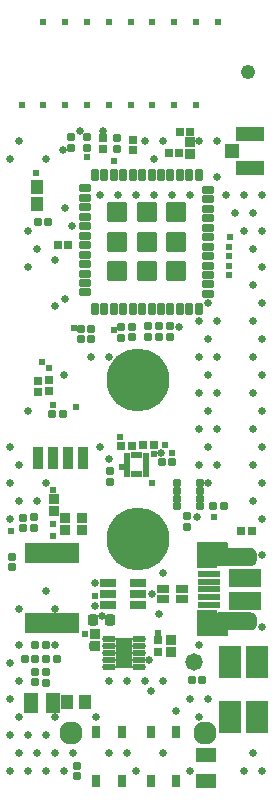
<source format=gts>
G04*
G04 #@! TF.GenerationSoftware,Altium Limited,Altium Designer,21.6.1 (37)*
G04*
G04 Layer_Color=8388736*
%FSLAX44Y44*%
%MOMM*%
G71*
G04*
G04 #@! TF.SameCoordinates,E93D91D5-E775-412F-AFD9-E5FE798DA7EF*
G04*
G04*
G04 #@! TF.FilePolarity,Negative*
G04*
G01*
G75*
%ADD30R,1.9029X2.8042*%
%ADD44R,0.6500X1.0500*%
%ADD51R,0.8532X0.8532*%
%ADD52R,0.8032X0.7432*%
G04:AMPARAMS|DCode=53|XSize=1.1132mm|YSize=0.5232mm|CornerRadius=0.1816mm|HoleSize=0mm|Usage=FLASHONLY|Rotation=180.000|XOffset=0mm|YOffset=0mm|HoleType=Round|Shape=RoundedRectangle|*
%AMROUNDEDRECTD53*
21,1,1.1132,0.1600,0,0,180.0*
21,1,0.7500,0.5232,0,0,180.0*
1,1,0.3632,-0.3750,0.0800*
1,1,0.3632,0.3750,0.0800*
1,1,0.3632,0.3750,-0.0800*
1,1,0.3632,-0.3750,-0.0800*
%
%ADD53ROUNDEDRECTD53*%
%ADD54R,1.4032X2.6032*%
%ADD55R,0.7432X0.8032*%
%ADD56R,1.0032X1.2032*%
%ADD57R,0.6132X0.4832*%
%ADD58R,0.4832X0.6132*%
G04:AMPARAMS|DCode=59|XSize=0.9632mm|YSize=0.8636mm|CornerRadius=0.1842mm|HoleSize=0mm|Usage=FLASHONLY|Rotation=90.000|XOffset=0mm|YOffset=0mm|HoleType=Round|Shape=RoundedRectangle|*
%AMROUNDEDRECTD59*
21,1,0.9632,0.4953,0,0,90.0*
21,1,0.5949,0.8636,0,0,90.0*
1,1,0.3683,0.2477,0.2975*
1,1,0.3683,0.2477,-0.2975*
1,1,0.3683,-0.2477,-0.2975*
1,1,0.3683,-0.2477,0.2975*
%
%ADD59ROUNDEDRECTD59*%
%ADD60R,0.9144X1.9812*%
G04:AMPARAMS|DCode=61|XSize=0.6932mm|YSize=0.6532mm|CornerRadius=0.1579mm|HoleSize=0mm|Usage=FLASHONLY|Rotation=180.000|XOffset=0mm|YOffset=0mm|HoleType=Round|Shape=RoundedRectangle|*
%AMROUNDEDRECTD61*
21,1,0.6932,0.3375,0,0,180.0*
21,1,0.3775,0.6532,0,0,180.0*
1,1,0.3157,-0.1888,0.1688*
1,1,0.3157,0.1888,0.1688*
1,1,0.3157,0.1888,-0.1688*
1,1,0.3157,-0.1888,-0.1688*
%
%ADD61ROUNDEDRECTD61*%
%ADD62R,0.7432X0.7432*%
G04:AMPARAMS|DCode=63|XSize=0.7532mm|YSize=0.7032mm|CornerRadius=0.1641mm|HoleSize=0mm|Usage=FLASHONLY|Rotation=180.000|XOffset=0mm|YOffset=0mm|HoleType=Round|Shape=RoundedRectangle|*
%AMROUNDEDRECTD63*
21,1,0.7532,0.3750,0,0,180.0*
21,1,0.4250,0.7032,0,0,180.0*
1,1,0.3282,-0.2125,0.1875*
1,1,0.3282,0.2125,0.1875*
1,1,0.3282,0.2125,-0.1875*
1,1,0.3282,-0.2125,-0.1875*
%
%ADD63ROUNDEDRECTD63*%
G04:AMPARAMS|DCode=64|XSize=0.7532mm|YSize=0.7032mm|CornerRadius=0.1641mm|HoleSize=0mm|Usage=FLASHONLY|Rotation=90.000|XOffset=0mm|YOffset=0mm|HoleType=Round|Shape=RoundedRectangle|*
%AMROUNDEDRECTD64*
21,1,0.7532,0.3750,0,0,90.0*
21,1,0.4250,0.7032,0,0,90.0*
1,1,0.3282,0.1875,0.2125*
1,1,0.3282,0.1875,-0.2125*
1,1,0.3282,-0.1875,-0.2125*
1,1,0.3282,-0.1875,0.2125*
%
%ADD64ROUNDEDRECTD64*%
%ADD65R,0.6532X0.7032*%
%ADD66R,0.7432X0.7432*%
%ADD67R,1.0922X1.2192*%
G04:AMPARAMS|DCode=68|XSize=1.7032mm|YSize=1.7032mm|CornerRadius=0.1766mm|HoleSize=0mm|Usage=FLASHONLY|Rotation=180.000|XOffset=0mm|YOffset=0mm|HoleType=Round|Shape=RoundedRectangle|*
%AMROUNDEDRECTD68*
21,1,1.7032,1.3500,0,0,180.0*
21,1,1.3500,1.7032,0,0,180.0*
1,1,0.3532,-0.6750,0.6750*
1,1,0.3532,0.6750,0.6750*
1,1,0.3532,0.6750,-0.6750*
1,1,0.3532,-0.6750,-0.6750*
%
%ADD68ROUNDEDRECTD68*%
G04:AMPARAMS|DCode=69|XSize=0.7032mm|YSize=1.0032mm|CornerRadius=0.2016mm|HoleSize=0mm|Usage=FLASHONLY|Rotation=270.000|XOffset=0mm|YOffset=0mm|HoleType=Round|Shape=RoundedRectangle|*
%AMROUNDEDRECTD69*
21,1,0.7032,0.6000,0,0,270.0*
21,1,0.3000,1.0032,0,0,270.0*
1,1,0.4032,-0.3000,-0.1500*
1,1,0.4032,-0.3000,0.1500*
1,1,0.4032,0.3000,0.1500*
1,1,0.4032,0.3000,-0.1500*
%
%ADD69ROUNDEDRECTD69*%
G04:AMPARAMS|DCode=70|XSize=0.7032mm|YSize=1.0032mm|CornerRadius=0.2016mm|HoleSize=0mm|Usage=FLASHONLY|Rotation=180.000|XOffset=0mm|YOffset=0mm|HoleType=Round|Shape=RoundedRectangle|*
%AMROUNDEDRECTD70*
21,1,0.7032,0.6000,0,0,180.0*
21,1,0.3000,1.0032,0,0,180.0*
1,1,0.4032,-0.1500,0.3000*
1,1,0.4032,0.1500,0.3000*
1,1,0.4032,0.1500,-0.3000*
1,1,0.4032,-0.1500,-0.3000*
%
%ADD70ROUNDEDRECTD70*%
%ADD71R,2.4031X1.2532*%
%ADD72R,1.2532X1.2032*%
%ADD73R,1.9532X0.6032*%
%ADD74R,2.7032X1.6282*%
%ADD75R,1.0032X0.6532*%
%ADD76R,1.4032X0.8032*%
%ADD77R,0.6532X1.6782*%
%ADD78R,1.2432X1.6732*%
%ADD79R,1.7018X1.1938*%
%ADD80R,1.6632X2.2032*%
%ADD81C,1.2192*%
%ADD82C,2.5732*%
%ADD83C,1.9582*%
%ADD84O,1.9032X1.4032*%
%ADD85O,1.6032X1.2032*%
%ADD86C,0.6096*%
%ADD87C,0.6604*%
%ADD88C,1.4732*%
%ADD89C,5.3232*%
G36*
X215143Y153267D02*
X215166Y153267D01*
X215386Y153257D01*
X215392Y153257D01*
X215398Y153257D01*
X215459Y153249D01*
X215519Y153242D01*
X215524Y153241D01*
X215531Y153240D01*
X215741Y153200D01*
X215745Y153199D01*
X215750Y153198D01*
X215950Y153158D01*
X215966Y153154D01*
X215983Y153151D01*
X216153Y153111D01*
X216180Y153103D01*
X216207Y153097D01*
X216377Y153047D01*
X216412Y153034D01*
X216448Y153023D01*
X216768Y152903D01*
X216795Y152891D01*
X216824Y152880D01*
X217183Y152720D01*
X217189Y152718D01*
X217195Y152715D01*
X217248Y152687D01*
X217301Y152659D01*
X217306Y152655D01*
X217312Y152652D01*
X217662Y152432D01*
X217682Y152417D01*
X217704Y152404D01*
X218004Y152194D01*
X218007Y152192D01*
X218009Y152190D01*
X218058Y152151D01*
X218108Y152111D01*
X218110Y152108D01*
X218113Y152106D01*
X218393Y151846D01*
X218406Y151832D01*
X218420Y151820D01*
X218685Y151555D01*
X218688Y151552D01*
X218691Y151549D01*
X218732Y151502D01*
X218773Y151455D01*
X218775Y151451D01*
X218778Y151448D01*
X219023Y151123D01*
X219057Y151072D01*
X219091Y151021D01*
X219271Y150711D01*
X219279Y150694D01*
X219289Y150678D01*
X219459Y150358D01*
X219484Y150302D01*
X219510Y150246D01*
X219660Y149856D01*
X219677Y149803D01*
X219694Y149752D01*
X219799Y149357D01*
X219809Y149304D01*
X219821Y149253D01*
X219886Y148838D01*
X219891Y148783D01*
X219897Y148727D01*
X219917Y148297D01*
X219917Y148274D01*
X219918Y148250D01*
Y143250D01*
X219916Y143223D01*
X219917Y143195D01*
X219897Y142825D01*
X219892Y142784D01*
X219889Y142744D01*
X219839Y142374D01*
X219833Y142345D01*
X219830Y142317D01*
X219770Y142007D01*
X219755Y141949D01*
X219741Y141892D01*
X219611Y141482D01*
X219608Y141475D01*
X219606Y141468D01*
X219583Y141413D01*
X219562Y141358D01*
X219558Y141352D01*
X219556Y141345D01*
X219376Y140975D01*
X219362Y140950D01*
X219350Y140926D01*
X219150Y140566D01*
X219147Y140561D01*
X219145Y140556D01*
X219111Y140505D01*
X219078Y140454D01*
X219074Y140450D01*
X219072Y140445D01*
X218822Y140115D01*
X218799Y140089D01*
X218778Y140061D01*
X218508Y139751D01*
X218505Y139748D01*
X218502Y139744D01*
X218457Y139701D01*
X218414Y139657D01*
X218410Y139654D01*
X218407Y139651D01*
X218107Y139391D01*
X218078Y139369D01*
X218051Y139346D01*
X217731Y139106D01*
X217687Y139077D01*
X217644Y139047D01*
X217294Y138837D01*
X217259Y138819D01*
X217225Y138799D01*
X216845Y138609D01*
X216828Y138602D01*
X216812Y138593D01*
X216767Y138576D01*
X216723Y138558D01*
X216705Y138553D01*
X216688Y138546D01*
X216328Y138436D01*
X216328Y138436D01*
X216146Y138381D01*
X216120Y138375D01*
X216095Y138367D01*
X215916Y138322D01*
X215912Y138321D01*
X215908Y138320D01*
X215846Y138309D01*
X215785Y138298D01*
X215781Y138298D01*
X215777Y138297D01*
X215397Y138257D01*
X215369Y138256D01*
X215342Y138253D01*
X214952Y138233D01*
X214926Y138233D01*
X214900Y138232D01*
X195418D01*
Y134000D01*
X195410Y133867D01*
X195383Y133736D01*
X195341Y133610D01*
X195282Y133491D01*
X195208Y133380D01*
X195120Y133280D01*
X195020Y133192D01*
X194909Y133118D01*
X194790Y133059D01*
X194664Y133017D01*
X194533Y132991D01*
X194400Y132982D01*
X187400D01*
X187267Y132991D01*
X187136Y133017D01*
X187010Y133059D01*
X186891Y133118D01*
X186780Y133192D01*
X186680Y133280D01*
X186592Y133380D01*
X186518Y133491D01*
X186459Y133610D01*
X186416Y133736D01*
X186390Y133867D01*
X186382Y134000D01*
Y152250D01*
X186390Y152383D01*
X186416Y152514D01*
X186459Y152640D01*
X186518Y152759D01*
X186592Y152870D01*
X186680Y152970D01*
X186780Y153058D01*
X186891Y153132D01*
X187010Y153191D01*
X187136Y153233D01*
X187267Y153259D01*
X187400Y153268D01*
X215120D01*
X215143Y153267D01*
D02*
G37*
G36*
X194533Y213009D02*
X194664Y212983D01*
X194790Y212941D01*
X194909Y212882D01*
X195020Y212808D01*
X195120Y212720D01*
X195208Y212620D01*
X195282Y212509D01*
X195341Y212390D01*
X195383Y212264D01*
X195410Y212133D01*
X195418Y212000D01*
Y207768D01*
X214900D01*
X214926Y207766D01*
X214952Y207767D01*
X215342Y207747D01*
X215369Y207744D01*
X215397Y207743D01*
X215777Y207703D01*
X215781Y207702D01*
X215785Y207702D01*
X215846Y207691D01*
X215908Y207680D01*
X215912Y207679D01*
X215916Y207678D01*
X216095Y207633D01*
X216120Y207625D01*
X216146Y207619D01*
X216328Y207564D01*
X216328Y207564D01*
X216688Y207454D01*
X216705Y207447D01*
X216723Y207442D01*
X216767Y207424D01*
X216812Y207407D01*
X216828Y207398D01*
X216845Y207391D01*
X217225Y207201D01*
X217259Y207181D01*
X217294Y207163D01*
X217644Y206953D01*
X217687Y206923D01*
X217731Y206895D01*
X218051Y206655D01*
X218078Y206631D01*
X218107Y206609D01*
X218407Y206349D01*
X218410Y206346D01*
X218414Y206343D01*
X218457Y206299D01*
X218501Y206256D01*
X218505Y206252D01*
X218508Y206249D01*
X218778Y205939D01*
X218799Y205911D01*
X218822Y205885D01*
X219072Y205555D01*
X219074Y205550D01*
X219078Y205546D01*
X219111Y205495D01*
X219145Y205444D01*
X219147Y205439D01*
X219150Y205434D01*
X219350Y205075D01*
X219362Y205049D01*
X219376Y205025D01*
X219556Y204655D01*
X219558Y204648D01*
X219562Y204642D01*
X219583Y204587D01*
X219606Y204532D01*
X219608Y204525D01*
X219611Y204518D01*
X219741Y204108D01*
X219755Y204051D01*
X219770Y203993D01*
X219830Y203683D01*
X219833Y203655D01*
X219839Y203626D01*
X219889Y203256D01*
X219892Y203216D01*
X219897Y203175D01*
X219917Y202805D01*
X219916Y202777D01*
X219918Y202750D01*
Y197750D01*
X219917Y197726D01*
X219917Y197703D01*
X219897Y197273D01*
X219891Y197218D01*
X219886Y197162D01*
X219821Y196747D01*
X219809Y196696D01*
X219799Y196643D01*
X219694Y196248D01*
X219677Y196197D01*
X219660Y196145D01*
X219510Y195754D01*
X219484Y195698D01*
X219459Y195642D01*
X219289Y195322D01*
X219279Y195306D01*
X219270Y195289D01*
X219090Y194979D01*
X219056Y194928D01*
X219023Y194877D01*
X218778Y194552D01*
X218775Y194549D01*
X218773Y194545D01*
X218732Y194498D01*
X218691Y194451D01*
X218688Y194448D01*
X218685Y194445D01*
X218420Y194180D01*
X218406Y194168D01*
X218393Y194154D01*
X218113Y193894D01*
X218110Y193892D01*
X218108Y193889D01*
X218058Y193849D01*
X218009Y193810D01*
X218007Y193808D01*
X218004Y193806D01*
X217704Y193596D01*
X217682Y193583D01*
X217662Y193568D01*
X217312Y193348D01*
X217306Y193345D01*
X217301Y193342D01*
X217248Y193314D01*
X217195Y193285D01*
X217189Y193282D01*
X217183Y193280D01*
X216824Y193120D01*
X216795Y193109D01*
X216768Y193097D01*
X216447Y192977D01*
X216412Y192966D01*
X216377Y192953D01*
X216207Y192903D01*
X216180Y192897D01*
X216153Y192889D01*
X215983Y192849D01*
X215966Y192846D01*
X215950Y192842D01*
X215750Y192802D01*
X215745Y192801D01*
X215741Y192800D01*
X215531Y192760D01*
X215524Y192759D01*
X215519Y192758D01*
X215459Y192751D01*
X215398Y192743D01*
X215392Y192744D01*
X215386Y192743D01*
X215166Y192733D01*
X215143Y192733D01*
X215120Y192732D01*
X187400D01*
X187267Y192740D01*
X187136Y192766D01*
X187010Y192809D01*
X186891Y192868D01*
X186780Y192942D01*
X186680Y193030D01*
X186592Y193130D01*
X186518Y193241D01*
X186459Y193360D01*
X186416Y193486D01*
X186390Y193617D01*
X186382Y193750D01*
Y212000D01*
X186390Y212133D01*
X186416Y212264D01*
X186459Y212390D01*
X186518Y212509D01*
X186592Y212620D01*
X186680Y212720D01*
X186780Y212808D01*
X186891Y212882D01*
X187010Y212941D01*
X187136Y212983D01*
X187267Y213009D01*
X187400Y213018D01*
X194400D01*
X194533Y213009D01*
D02*
G37*
D30*
X220460Y64461D02*
D03*
X197447D02*
D03*
X197494Y111000D02*
D03*
X220506D02*
D03*
D44*
X84250Y10250D02*
D03*
Y51750D02*
D03*
X105750Y10250D02*
D03*
Y51750D02*
D03*
X151750D02*
D03*
Y10250D02*
D03*
X130250Y51750D02*
D03*
Y10250D02*
D03*
D51*
X163244Y541819D02*
D03*
Y551819D02*
D03*
X83182Y124994D02*
D03*
Y134994D02*
D03*
X147349Y130089D02*
D03*
Y120089D02*
D03*
X72000Y233000D02*
D03*
Y223000D02*
D03*
X48000Y239000D02*
D03*
Y249000D02*
D03*
X57651Y233223D02*
D03*
Y223223D02*
D03*
D52*
X136490Y120183D02*
D03*
Y129583D02*
D03*
X35109Y340080D02*
D03*
Y349480D02*
D03*
X43886Y340664D02*
D03*
Y350064D02*
D03*
X90000Y545680D02*
D03*
Y555080D02*
D03*
D53*
X120000Y131000D02*
D03*
X94900D02*
D03*
Y107000D02*
D03*
Y113000D02*
D03*
Y119000D02*
D03*
Y125000D02*
D03*
X120000D02*
D03*
Y119000D02*
D03*
Y113000D02*
D03*
Y107000D02*
D03*
D54*
X107450Y119000D02*
D03*
D55*
X114590Y294550D02*
D03*
X105190D02*
D03*
X123635Y294919D02*
D03*
X133034D02*
D03*
X216320Y222000D02*
D03*
X206920D02*
D03*
D56*
X59772Y77794D02*
D03*
X74772D02*
D03*
D57*
X126342Y270914D02*
D03*
Y275914D02*
D03*
Y280914D02*
D03*
Y285914D02*
D03*
X110042D02*
D03*
Y280914D02*
D03*
Y275914D02*
D03*
Y270914D02*
D03*
D58*
X120692Y286564D02*
D03*
X115692D02*
D03*
Y270264D02*
D03*
X120692D02*
D03*
D59*
X81479Y146905D02*
D03*
X95479D02*
D03*
D60*
X34692Y283768D02*
D03*
X47392D02*
D03*
X60092D02*
D03*
X72792D02*
D03*
D61*
X172046Y262734D02*
D03*
Y243234D02*
D03*
Y249734D02*
D03*
Y256234D02*
D03*
X152646Y262734D02*
D03*
Y243234D02*
D03*
Y249734D02*
D03*
Y256234D02*
D03*
D62*
X163250Y560000D02*
D03*
X154750D02*
D03*
X154250Y542000D02*
D03*
X145750D02*
D03*
D63*
X31839Y233760D02*
D03*
Y224760D02*
D03*
X76000Y555500D02*
D03*
Y546500D02*
D03*
X63000Y555500D02*
D03*
Y546500D02*
D03*
X32000Y103000D02*
D03*
Y94000D02*
D03*
X41500Y102750D02*
D03*
Y93750D02*
D03*
X147000Y395668D02*
D03*
Y386669D02*
D03*
X104771Y394922D02*
D03*
Y385923D02*
D03*
X71000Y393500D02*
D03*
Y384500D02*
D03*
X13000Y191500D02*
D03*
Y200500D02*
D03*
X102106Y554890D02*
D03*
Y545890D02*
D03*
X137000Y395668D02*
D03*
Y386669D02*
D03*
X22000Y224500D02*
D03*
Y233500D02*
D03*
X95509Y273169D02*
D03*
Y264169D02*
D03*
X68000Y14500D02*
D03*
Y23500D02*
D03*
X161235Y234920D02*
D03*
Y225920D02*
D03*
X128000Y395419D02*
D03*
Y386419D02*
D03*
X114010Y395111D02*
D03*
Y386111D02*
D03*
X80000Y393500D02*
D03*
Y384500D02*
D03*
D64*
X43500Y484000D02*
D03*
X34500D02*
D03*
X174079Y96402D02*
D03*
X165079D02*
D03*
X46691Y321074D02*
D03*
X55691D02*
D03*
X32500Y114000D02*
D03*
X23500D02*
D03*
X41500Y126000D02*
D03*
X32500D02*
D03*
X50500Y114000D02*
D03*
X41500D02*
D03*
X139615Y280422D02*
D03*
X148615D02*
D03*
X182881Y243046D02*
D03*
X191881D02*
D03*
D65*
X60250Y464000D02*
D03*
X51750D02*
D03*
D66*
X115000Y553250D02*
D03*
Y544750D02*
D03*
D67*
X34000Y513112D02*
D03*
Y498888D02*
D03*
D68*
X152000Y492000D02*
D03*
Y467000D02*
D03*
Y442000D02*
D03*
X127000Y492000D02*
D03*
Y467000D02*
D03*
Y442000D02*
D03*
X102000Y492000D02*
D03*
Y467000D02*
D03*
Y442000D02*
D03*
D69*
X75000Y512250D02*
D03*
Y504250D02*
D03*
Y496250D02*
D03*
Y488250D02*
D03*
Y480250D02*
D03*
Y472250D02*
D03*
Y464250D02*
D03*
Y456250D02*
D03*
Y448250D02*
D03*
Y440250D02*
D03*
Y432250D02*
D03*
Y424250D02*
D03*
X179000Y423000D02*
D03*
Y431000D02*
D03*
Y439000D02*
D03*
Y447000D02*
D03*
Y455000D02*
D03*
Y463000D02*
D03*
Y471000D02*
D03*
Y479000D02*
D03*
Y487000D02*
D03*
Y495000D02*
D03*
Y503000D02*
D03*
Y511000D02*
D03*
D70*
X83000Y523500D02*
D03*
X91000D02*
D03*
X99000D02*
D03*
X107000D02*
D03*
X115000D02*
D03*
X123000D02*
D03*
X131000D02*
D03*
X139000D02*
D03*
X147000D02*
D03*
X155000D02*
D03*
X163000D02*
D03*
X171000D02*
D03*
Y410500D02*
D03*
X163000D02*
D03*
X155000D02*
D03*
X147000D02*
D03*
X139000D02*
D03*
X131000D02*
D03*
X123000D02*
D03*
X115000D02*
D03*
X107000D02*
D03*
X99000D02*
D03*
X91000D02*
D03*
X83000D02*
D03*
D71*
X214000Y558750D02*
D03*
Y529250D02*
D03*
D72*
X198750Y544000D02*
D03*
D73*
X179650Y173000D02*
D03*
Y166500D02*
D03*
Y160000D02*
D03*
Y179500D02*
D03*
Y186000D02*
D03*
D74*
X210400Y163375D02*
D03*
Y182625D02*
D03*
D75*
X141000Y173000D02*
D03*
Y165000D02*
D03*
X157000D02*
D03*
Y173000D02*
D03*
D76*
X94500Y178500D02*
D03*
Y169000D02*
D03*
Y159500D02*
D03*
X119500D02*
D03*
Y169000D02*
D03*
Y178500D02*
D03*
D77*
X66500Y144620D02*
D03*
X60000D02*
D03*
X53500D02*
D03*
X47000D02*
D03*
X40500D02*
D03*
X34000D02*
D03*
X27500D02*
D03*
Y203380D02*
D03*
X34000D02*
D03*
X40500D02*
D03*
X47000D02*
D03*
X53500D02*
D03*
X60000D02*
D03*
X66500D02*
D03*
D78*
X47400Y77000D02*
D03*
X28600D02*
D03*
D79*
X177003Y10836D02*
D03*
Y32680D02*
D03*
D80*
X177600Y202000D02*
D03*
Y144000D02*
D03*
D81*
X212627Y611171D02*
D03*
D82*
X119468Y216047D02*
D03*
Y351048D02*
D03*
D83*
X62568Y51448D02*
D03*
X176368D02*
D03*
D84*
X207900Y200250D02*
D03*
Y145750D02*
D03*
D85*
X177600Y197250D02*
D03*
Y148750D02*
D03*
D86*
X106239Y276597D02*
D03*
X148522Y287975D02*
D03*
X37907Y365702D02*
D03*
X131110Y262847D02*
D03*
X65355Y394000D02*
D03*
X44092Y360368D02*
D03*
X196642Y462662D02*
D03*
X196273Y439137D02*
D03*
Y447028D02*
D03*
Y455217D02*
D03*
X183616Y234533D02*
D03*
X80910Y124497D02*
D03*
X74754Y135387D02*
D03*
X197000Y471000D02*
D03*
X47856Y228063D02*
D03*
X47678Y217767D02*
D03*
X66722Y327227D02*
D03*
X47332Y328672D02*
D03*
X47931Y256872D02*
D03*
X104167Y301733D02*
D03*
X136460Y135785D02*
D03*
X98771Y392422D02*
D03*
X142442Y295080D02*
D03*
X132622Y287678D02*
D03*
X187000Y653000D02*
D03*
X168556Y583000D02*
D03*
Y653000D02*
D03*
X150111Y583000D02*
D03*
Y653000D02*
D03*
X131667Y583000D02*
D03*
Y653000D02*
D03*
X113222Y583000D02*
D03*
Y653000D02*
D03*
X94778Y583000D02*
D03*
Y653000D02*
D03*
X76333Y583000D02*
D03*
Y653000D02*
D03*
X57889Y583000D02*
D03*
Y653000D02*
D03*
X39444Y583000D02*
D03*
Y653000D02*
D03*
X21000Y583000D02*
D03*
X76092Y539092D02*
D03*
X99000Y535936D02*
D03*
X33000Y525253D02*
D03*
X12000Y222000D02*
D03*
X83000Y167000D02*
D03*
D87*
X95165Y283051D02*
D03*
X49024Y412623D02*
D03*
X224860Y507000D02*
D03*
X217240Y491760D02*
D03*
X224860Y476520D02*
D03*
X217240Y461280D02*
D03*
X224860Y446040D02*
D03*
X217240Y430800D02*
D03*
X224860Y415560D02*
D03*
X217240Y400320D02*
D03*
X224860Y385080D02*
D03*
X217240Y369840D02*
D03*
X224860Y354600D02*
D03*
X217240Y339360D02*
D03*
X224860Y324120D02*
D03*
X217240Y308880D02*
D03*
X224860Y293640D02*
D03*
X217240Y278400D02*
D03*
X224860Y263160D02*
D03*
X217240Y247920D02*
D03*
X224860Y232680D02*
D03*
Y202200D02*
D03*
Y141240D02*
D03*
X217240Y34560D02*
D03*
X224860Y19320D02*
D03*
X209620Y507000D02*
D03*
X202000Y491760D02*
D03*
X209620Y476520D02*
D03*
Y19320D02*
D03*
X186760Y552720D02*
D03*
Y522240D02*
D03*
X194380Y507000D02*
D03*
X186760Y400320D02*
D03*
Y369840D02*
D03*
Y339360D02*
D03*
Y308880D02*
D03*
Y278400D02*
D03*
X171520Y552720D02*
D03*
X179140Y415560D02*
D03*
X171520Y400320D02*
D03*
X179140Y385080D02*
D03*
X171520Y369840D02*
D03*
X179140Y354600D02*
D03*
X171520Y339360D02*
D03*
X179140Y324120D02*
D03*
X171520Y308880D02*
D03*
X179140Y293640D02*
D03*
X171520Y278400D02*
D03*
X179140Y263160D02*
D03*
X171520Y126000D02*
D03*
X179140Y80280D02*
D03*
X171520Y65040D02*
D03*
X163900Y507000D02*
D03*
Y80280D02*
D03*
Y19320D02*
D03*
X141040Y552720D02*
D03*
X148660Y507000D02*
D03*
X141040Y186960D02*
D03*
Y95520D02*
D03*
Y34560D02*
D03*
X125800Y552720D02*
D03*
X133420Y537480D02*
D03*
Y507000D02*
D03*
X125800Y95520D02*
D03*
X118180Y507000D02*
D03*
X110560Y95520D02*
D03*
Y34560D02*
D03*
X118180Y19320D02*
D03*
X102940Y507000D02*
D03*
X95320Y369840D02*
D03*
Y95520D02*
D03*
Y34560D02*
D03*
X87700Y507000D02*
D03*
X80080Y369840D02*
D03*
X87700Y293640D02*
D03*
X64840Y34560D02*
D03*
X57220Y354600D02*
D03*
X49600Y156480D02*
D03*
Y126000D02*
D03*
Y65040D02*
D03*
Y34560D02*
D03*
X57220Y19320D02*
D03*
X41980Y537480D02*
D03*
X34360Y461280D02*
D03*
X41980Y263160D02*
D03*
X34360Y247920D02*
D03*
X41980Y171720D02*
D03*
Y49800D02*
D03*
X34360Y34560D02*
D03*
X41980Y19320D02*
D03*
X19120Y552720D02*
D03*
X26740Y476520D02*
D03*
Y446040D02*
D03*
Y324120D02*
D03*
X19120Y278400D02*
D03*
Y247920D02*
D03*
Y156480D02*
D03*
Y126000D02*
D03*
Y95520D02*
D03*
Y65040D02*
D03*
X26740Y49800D02*
D03*
X19120Y34560D02*
D03*
X26740Y19320D02*
D03*
X11500Y537480D02*
D03*
Y293640D02*
D03*
Y263160D02*
D03*
Y232680D02*
D03*
Y110760D02*
D03*
Y80280D02*
D03*
Y49800D02*
D03*
Y19320D02*
D03*
X49177Y451749D02*
D03*
X57892Y495588D02*
D03*
X58000Y419000D02*
D03*
X63226Y480888D02*
D03*
X130559Y86651D02*
D03*
X151750Y69750D02*
D03*
X137177Y151818D02*
D03*
X89084Y150337D02*
D03*
X138982Y288176D02*
D03*
X169246Y234437D02*
D03*
X83000Y178000D02*
D03*
X153840Y395231D02*
D03*
X129184Y113000D02*
D03*
X84000Y65000D02*
D03*
X56000Y545000D02*
D03*
X90000Y561000D02*
D03*
X70000D02*
D03*
X83000Y159000D02*
D03*
X131000Y169000D02*
D03*
D88*
X166604Y111538D02*
D03*
D89*
X119367Y350383D02*
D03*
Y215383D02*
D03*
M02*

</source>
